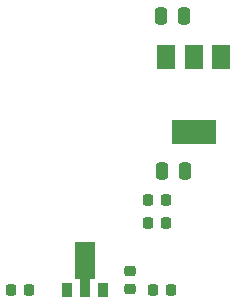
<source format=gtp>
%TF.GenerationSoftware,KiCad,Pcbnew,(6.0.6-0)*%
%TF.CreationDate,2023-01-17T17:24:57+00:00*%
%TF.ProjectId,preamplifier-tqp3m9028,70726561-6d70-46c6-9966-6965722d7471,1.0*%
%TF.SameCoordinates,Original*%
%TF.FileFunction,Paste,Top*%
%TF.FilePolarity,Positive*%
%FSLAX46Y46*%
G04 Gerber Fmt 4.6, Leading zero omitted, Abs format (unit mm)*
G04 Created by KiCad (PCBNEW (6.0.6-0)) date 2023-01-17 17:24:57*
%MOMM*%
%LPD*%
G01*
G04 APERTURE LIST*
G04 Aperture macros list*
%AMRoundRect*
0 Rectangle with rounded corners*
0 $1 Rounding radius*
0 $2 $3 $4 $5 $6 $7 $8 $9 X,Y pos of 4 corners*
0 Add a 4 corners polygon primitive as box body*
4,1,4,$2,$3,$4,$5,$6,$7,$8,$9,$2,$3,0*
0 Add four circle primitives for the rounded corners*
1,1,$1+$1,$2,$3*
1,1,$1+$1,$4,$5*
1,1,$1+$1,$6,$7*
1,1,$1+$1,$8,$9*
0 Add four rect primitives between the rounded corners*
20,1,$1+$1,$2,$3,$4,$5,0*
20,1,$1+$1,$4,$5,$6,$7,0*
20,1,$1+$1,$6,$7,$8,$9,0*
20,1,$1+$1,$8,$9,$2,$3,0*%
%AMFreePoly0*
4,1,9,3.862500,-0.866500,0.737500,-0.866500,0.737500,-0.450000,-0.737500,-0.450000,-0.737500,0.450000,0.737500,0.450000,0.737500,0.866500,3.862500,0.866500,3.862500,-0.866500,3.862500,-0.866500,$1*%
G04 Aperture macros list end*
%ADD10RoundRect,0.250000X-0.250000X-0.475000X0.250000X-0.475000X0.250000X0.475000X-0.250000X0.475000X0*%
%ADD11R,0.900000X1.300000*%
%ADD12FreePoly0,90.000000*%
%ADD13RoundRect,0.225000X-0.225000X-0.250000X0.225000X-0.250000X0.225000X0.250000X-0.225000X0.250000X0*%
%ADD14R,1.500000X2.000000*%
%ADD15R,3.800000X2.000000*%
%ADD16RoundRect,0.218750X-0.256250X0.218750X-0.256250X-0.218750X0.256250X-0.218750X0.256250X0.218750X0*%
G04 APERTURE END LIST*
D10*
X124050000Y-100000000D03*
X125950000Y-100000000D03*
D11*
X116000000Y-110000000D03*
D12*
X117500000Y-109912500D03*
D11*
X119000000Y-110000000D03*
D13*
X122825000Y-104400000D03*
X124375000Y-104400000D03*
D14*
X128995200Y-90350000D03*
D15*
X126695200Y-96650000D03*
D14*
X126695200Y-90350000D03*
X124395200Y-90350000D03*
D13*
X123225000Y-110000000D03*
X124775000Y-110000000D03*
D10*
X123967200Y-86842600D03*
X125867200Y-86842600D03*
D13*
X111225000Y-110000000D03*
X112775000Y-110000000D03*
X122825000Y-102400000D03*
X124375000Y-102400000D03*
D16*
X121300000Y-108412500D03*
X121300000Y-109987500D03*
M02*

</source>
